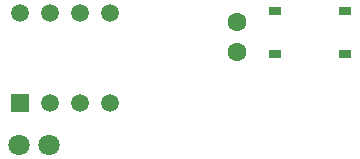
<source format=gtl>
G04 Layer: TopLayer*
G04 EasyEDA v6.5.44, 2025-04-28 19:25:54*
G04 Gerber Generator version 0.2*
G04 Scale: 100 percent, Rotated: No, Reflected: No *
G04 Dimensions in millimeters *
G04 leading zeros omitted , absolute positions ,4 integer and 5 decimal *
%FSLAX45Y45*%
%MOMM*%

%ADD10R,1.0000X0.7500*%
%ADD11C,1.8000*%
%ADD12R,1.5000X1.5000*%
%ADD13C,1.5000*%
%ADD14C,1.6000*%

%LPD*%
D10*
G01*
X3866601Y6109512D03*
G01*
X3266602Y6109512D03*
G01*
X3866601Y6479514D03*
G01*
X3266602Y6479514D03*
D11*
G01*
X1104900Y5346700D03*
G01*
X1358900Y5346700D03*
D12*
G01*
X1115595Y5702300D03*
D13*
G01*
X1369595Y5702300D03*
G01*
X1623595Y5702300D03*
G01*
X1877595Y5702300D03*
G01*
X1115595Y6464300D03*
G01*
X1369595Y6464300D03*
G01*
X1623595Y6464300D03*
G01*
X1877595Y6464300D03*
D14*
G01*
X2951012Y6388100D03*
G01*
X2951012Y6133795D03*
M02*

</source>
